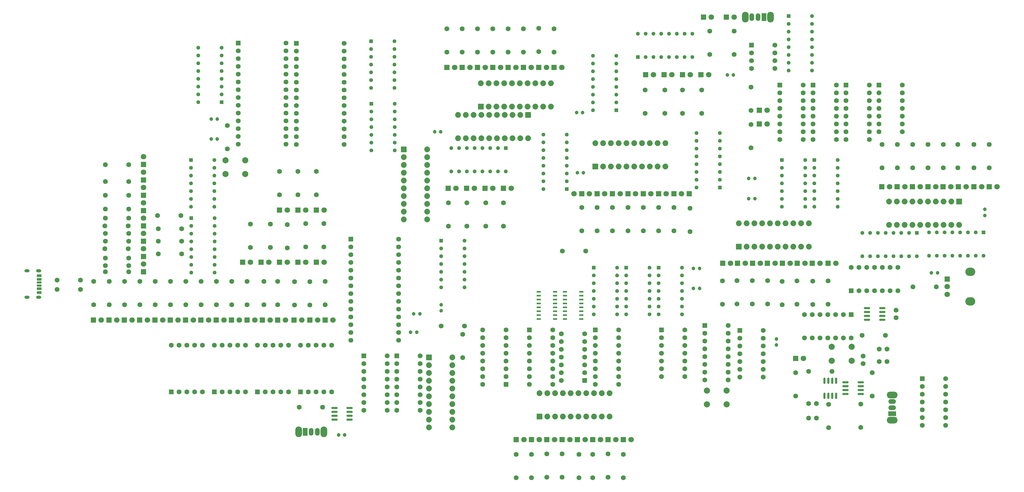
<source format=gbr>
%TF.GenerationSoftware,KiCad,Pcbnew,9.0.4-1.fc42app3*%
%TF.CreationDate,2025-11-06T21:39:47-06:00*%
%TF.ProjectId,8-Bit-PC,382d4269-742d-4504-932e-6b696361645f,1*%
%TF.SameCoordinates,Original*%
%TF.FileFunction,Soldermask,Top*%
%TF.FilePolarity,Negative*%
%FSLAX46Y46*%
G04 Gerber Fmt 4.6, Leading zero omitted, Abs format (unit mm)*
G04 Created by KiCad (PCBNEW 9.0.4-1.fc42app3) date 2025-11-06 21:39:47*
%MOMM*%
%LPD*%
G01*
G04 APERTURE LIST*
G04 Aperture macros list*
%AMRoundRect*
0 Rectangle with rounded corners*
0 $1 Rounding radius*
0 $2 $3 $4 $5 $6 $7 $8 $9 X,Y pos of 4 corners*
0 Add a 4 corners polygon primitive as box body*
4,1,4,$2,$3,$4,$5,$6,$7,$8,$9,$2,$3,0*
0 Add four circle primitives for the rounded corners*
1,1,$1+$1,$2,$3*
1,1,$1+$1,$4,$5*
1,1,$1+$1,$6,$7*
1,1,$1+$1,$8,$9*
0 Add four rect primitives between the rounded corners*
20,1,$1+$1,$2,$3,$4,$5,0*
20,1,$1+$1,$4,$5,$6,$7,0*
20,1,$1+$1,$6,$7,$8,$9,0*
20,1,$1+$1,$8,$9,$2,$3,0*%
G04 Aperture macros list end*
%ADD10C,1.600000*%
%ADD11RoundRect,0.250000X-0.550000X-0.550000X0.550000X-0.550000X0.550000X0.550000X-0.550000X0.550000X0*%
%ADD12RoundRect,0.150000X-0.825000X-0.150000X0.825000X-0.150000X0.825000X0.150000X-0.825000X0.150000X0*%
%ADD13C,1.200000*%
%ADD14R,1.295400X1.295400*%
%ADD15C,1.295400*%
%ADD16R,1.800000X1.800000*%
%ADD17C,1.800000*%
%ADD18RoundRect,0.102000X-0.689000X-0.689000X0.689000X-0.689000X0.689000X0.689000X-0.689000X0.689000X0*%
%ADD19C,1.582000*%
%ADD20C,2.000000*%
%ADD21R,1.600000X1.600000*%
%ADD22RoundRect,0.150000X-0.150000X0.825000X-0.150000X-0.825000X0.150000X-0.825000X0.150000X0.825000X0*%
%ADD23RoundRect,0.250000X0.550000X0.550000X-0.550000X0.550000X-0.550000X-0.550000X0.550000X-0.550000X0*%
%ADD24RoundRect,0.102000X-0.838200X-0.838200X0.838200X-0.838200X0.838200X0.838200X-0.838200X0.838200X0*%
%ADD25C,1.880400*%
%ADD26O,2.200000X3.500000*%
%ADD27R,1.500000X2.500000*%
%ADD28O,1.500000X2.500000*%
%ADD29RoundRect,0.102000X0.838200X-0.838200X0.838200X0.838200X-0.838200X0.838200X-0.838200X-0.838200X0*%
%ADD30R,1.361700X0.558800*%
%ADD31RoundRect,0.102000X-0.838200X0.838200X-0.838200X-0.838200X0.838200X-0.838200X0.838200X0.838200X0*%
%ADD32RoundRect,0.175000X-0.625000X0.175000X-0.625000X-0.175000X0.625000X-0.175000X0.625000X0.175000X0*%
%ADD33RoundRect,0.200000X-0.600000X0.200000X-0.600000X-0.200000X0.600000X-0.200000X0.600000X0.200000X0*%
%ADD34RoundRect,0.225000X-0.575000X0.225000X-0.575000X-0.225000X0.575000X-0.225000X0.575000X0.225000X0*%
%ADD35O,1.700000X1.000000*%
%ADD36O,3.240000X2.720000*%
%ADD37RoundRect,0.250000X0.550000X-0.550000X0.550000X0.550000X-0.550000X0.550000X-0.550000X-0.550000X0*%
%ADD38RoundRect,0.150000X0.825000X0.150000X-0.825000X0.150000X-0.825000X-0.150000X0.825000X-0.150000X0*%
%ADD39RoundRect,0.250000X-0.550000X0.550000X-0.550000X-0.550000X0.550000X-0.550000X0.550000X0.550000X0*%
%ADD40O,3.500000X2.200000*%
%ADD41R,2.500000X1.500000*%
%ADD42O,2.500000X1.500000*%
G04 APERTURE END LIST*
D10*
%TO.C,R14*%
X266917100Y-109792300D03*
X266917100Y-117412300D03*
%TD*%
D11*
%TO.C,U5*%
X253130000Y-125790000D03*
D10*
X253130000Y-128330000D03*
X253130000Y-130870000D03*
X253130000Y-133410000D03*
X253130000Y-135950000D03*
X253130000Y-138490000D03*
X253130000Y-141030000D03*
X260750000Y-141030000D03*
X260750000Y-138490000D03*
X260750000Y-135950000D03*
X260750000Y-133410000D03*
X260750000Y-130870000D03*
X260750000Y-128330000D03*
X260750000Y-125790000D03*
%TD*%
D12*
%TO.C,U1*%
X294592100Y-118507300D03*
X294592100Y-119777300D03*
X294592100Y-121047300D03*
X294592100Y-122317300D03*
X299542100Y-122317300D03*
X299542100Y-121047300D03*
X299542100Y-119777300D03*
X299542100Y-118507300D03*
%TD*%
D13*
%TO.C,C8*%
X333040000Y-86300000D03*
X333040000Y-88300000D03*
%TD*%
D10*
%TO.C,C3*%
X275567100Y-149662300D03*
X278067100Y-149662300D03*
%TD*%
%TO.C,R94*%
X319460000Y-72670000D03*
X319460000Y-65050000D03*
%TD*%
D11*
%TO.C,U52*%
X205977100Y-125657300D03*
D10*
X205977100Y-128197300D03*
X205977100Y-130737300D03*
X205977100Y-133277300D03*
X205977100Y-135817300D03*
X205977100Y-138357300D03*
X205977100Y-140897300D03*
X205977100Y-143437300D03*
X213597100Y-143437300D03*
X213597100Y-140897300D03*
X213597100Y-138357300D03*
X213597100Y-135817300D03*
X213597100Y-133277300D03*
X213597100Y-130737300D03*
X213597100Y-128197300D03*
X213597100Y-125657300D03*
%TD*%
%TO.C,R83*%
X157500000Y-34920000D03*
X157500000Y-27300000D03*
%TD*%
%TO.C,R87*%
X177500000Y-34920000D03*
X177500000Y-27300000D03*
%TD*%
D14*
%TO.C,U8*%
X310870000Y-93930000D03*
D15*
X308330000Y-93930000D03*
X305790000Y-93930000D03*
X303250000Y-93930000D03*
X300710000Y-93930000D03*
X298170000Y-93930000D03*
X295630000Y-93930000D03*
X293090000Y-93930000D03*
X293090000Y-101550000D03*
X295630000Y-101550000D03*
X298170000Y-101550000D03*
X300710000Y-101550000D03*
X303250000Y-101550000D03*
X305790000Y-101550000D03*
X308330000Y-101550000D03*
X310870000Y-101550000D03*
%TD*%
D11*
%TO.C,U20*%
X227527100Y-125667300D03*
D10*
X227527100Y-128207300D03*
X227527100Y-130747300D03*
X227527100Y-133287300D03*
X227527100Y-135827300D03*
X227527100Y-138367300D03*
X227527100Y-140907300D03*
X235147100Y-140907300D03*
X235147100Y-138367300D03*
X235147100Y-135827300D03*
X235147100Y-133287300D03*
X235147100Y-130747300D03*
X235147100Y-128207300D03*
X235147100Y-125667300D03*
%TD*%
D14*
%TO.C,U41*%
X84032100Y-51252300D03*
D15*
X84032100Y-48712300D03*
X84032100Y-46172300D03*
X84032100Y-43632300D03*
X84032100Y-41092300D03*
X84032100Y-38552300D03*
X84032100Y-36012300D03*
X84032100Y-33472300D03*
X76412100Y-33472300D03*
X76412100Y-36012300D03*
X76412100Y-38552300D03*
X76412100Y-41092300D03*
X76412100Y-43632300D03*
X76412100Y-46172300D03*
X76412100Y-48712300D03*
X76412100Y-51252300D03*
%TD*%
D13*
%TO.C,C11*%
X249000000Y-42420000D03*
X251000000Y-42420000D03*
%TD*%
D16*
%TO.C,D31*%
X205080000Y-161420000D03*
D17*
X207620000Y-161420000D03*
%TD*%
D16*
%TO.C,D116*%
X177460000Y-39920000D03*
D17*
X180000000Y-39920000D03*
%TD*%
D10*
%TO.C,R32*%
X202817100Y-99912300D03*
X195197100Y-99912300D03*
%TD*%
D11*
%TO.C,U6*%
X312620000Y-141580000D03*
D10*
X312620000Y-144120000D03*
X312620000Y-146660000D03*
X312620000Y-149200000D03*
X312620000Y-151740000D03*
X312620000Y-154280000D03*
X312620000Y-156820000D03*
X320240000Y-156820000D03*
X320240000Y-154280000D03*
X320240000Y-151740000D03*
X320240000Y-149200000D03*
X320240000Y-146660000D03*
X320240000Y-144120000D03*
X320240000Y-141580000D03*
%TD*%
D16*
%TO.C,D57*%
X108902100Y-103552300D03*
D17*
X111442100Y-103552300D03*
%TD*%
D16*
%TO.C,D53*%
X117787100Y-122412300D03*
D17*
X120327100Y-122412300D03*
%TD*%
D10*
%TO.C,R15*%
X271717100Y-109602300D03*
X271717100Y-117222300D03*
%TD*%
%TO.C,R13*%
X262167100Y-109542300D03*
X262167100Y-117162300D03*
%TD*%
D16*
%TO.C,D112*%
X157500000Y-39920000D03*
D17*
X160040000Y-39920000D03*
%TD*%
D10*
%TO.C,R16*%
X276917100Y-117352300D03*
X276917100Y-109732300D03*
%TD*%
D16*
%TO.C,D14*%
X259460000Y-53920000D03*
D17*
X262000000Y-53920000D03*
%TD*%
D10*
%TO.C,R3*%
X275507100Y-139162300D03*
X283127100Y-139162300D03*
%TD*%
%TO.C,R65*%
X53667700Y-106657100D03*
X46047700Y-106657100D03*
%TD*%
%TO.C,R20*%
X222197100Y-47272300D03*
X222197100Y-54892300D03*
%TD*%
D16*
%TO.C,D69*%
X58500000Y-71650000D03*
D17*
X58500000Y-69110000D03*
%TD*%
D16*
%TO.C,D13*%
X257242100Y-103852300D03*
D17*
X259782100Y-103852300D03*
%TD*%
D10*
%TO.C,R97*%
X304460000Y-72670000D03*
X304460000Y-65050000D03*
%TD*%
D18*
%TO.C,U43*%
X89442550Y-32020000D03*
D19*
X89442550Y-34560000D03*
X89442550Y-37100000D03*
X89442550Y-39640000D03*
X89442550Y-42180000D03*
X89442550Y-44720000D03*
X89442550Y-47260000D03*
X89442550Y-49800000D03*
X89442550Y-52340000D03*
X89442550Y-54880000D03*
X89442550Y-57420000D03*
X89442550Y-59960000D03*
X89442550Y-62500000D03*
X89442550Y-65040000D03*
X105000050Y-65040000D03*
X105000050Y-62500000D03*
X105000050Y-59960000D03*
X105000050Y-57420000D03*
X105000050Y-54880000D03*
X105000050Y-52340000D03*
X105000050Y-49800000D03*
X105000050Y-47260000D03*
X105000050Y-44720000D03*
X105000050Y-42180000D03*
X105000050Y-39640000D03*
X105000050Y-37100000D03*
X105000050Y-34560000D03*
X105000050Y-32020000D03*
%TD*%
D16*
%TO.C,D17*%
X271842100Y-103852300D03*
D17*
X274382100Y-103852300D03*
%TD*%
D16*
%TO.C,D59*%
X102902100Y-86552300D03*
D17*
X105442100Y-86552300D03*
%TD*%
D16*
%TO.C,D115*%
X172460000Y-39920000D03*
D17*
X175000000Y-39920000D03*
%TD*%
D20*
%TO.C,SW6*%
X248817100Y-149927300D03*
X242317100Y-149927300D03*
X248817100Y-145427300D03*
X242317100Y-145427300D03*
%TD*%
D16*
%TO.C,D30*%
X200120000Y-161420000D03*
D17*
X202660000Y-161420000D03*
%TD*%
D11*
%TO.C,U32*%
X130383900Y-134069100D03*
D10*
X130383900Y-136609100D03*
X130383900Y-139149100D03*
X130383900Y-141689100D03*
X130383900Y-144229100D03*
X130383900Y-146769100D03*
X130383900Y-149309100D03*
X130383900Y-151849100D03*
X138003900Y-151849100D03*
X138003900Y-149309100D03*
X138003900Y-146769100D03*
X138003900Y-144229100D03*
X138003900Y-141689100D03*
X138003900Y-139149100D03*
X138003900Y-136609100D03*
X138003900Y-134069100D03*
%TD*%
D16*
%TO.C,D50*%
X102277100Y-122412300D03*
D17*
X104817100Y-122412300D03*
%TD*%
D21*
%TO.C,U35*%
X81636400Y-145879100D03*
D10*
X84176400Y-145879100D03*
X86716400Y-145879100D03*
X89256400Y-145879100D03*
X91796400Y-145879100D03*
X91796400Y-130639100D03*
X89256400Y-130639100D03*
X86716400Y-130639100D03*
X84176400Y-130639100D03*
X81636400Y-130639100D03*
%TD*%
D16*
%TO.C,D11*%
X247477100Y-103852300D03*
D17*
X250017100Y-103852300D03*
%TD*%
D16*
%TO.C,D25*%
X248710000Y-23500000D03*
D17*
X251250000Y-23500000D03*
%TD*%
D10*
%TO.C,R57*%
X111412100Y-98552300D03*
X111412100Y-90932300D03*
%TD*%
D11*
%TO.C,U33*%
X141163900Y-134069100D03*
D10*
X141163900Y-136609100D03*
X141163900Y-139149100D03*
X141163900Y-141689100D03*
X141163900Y-144229100D03*
X141163900Y-146769100D03*
X141163900Y-149309100D03*
X141163900Y-151849100D03*
X148783900Y-151849100D03*
X148783900Y-149309100D03*
X148783900Y-146769100D03*
X148783900Y-144229100D03*
X148783900Y-141689100D03*
X148783900Y-139149100D03*
X148783900Y-136609100D03*
X148783900Y-134069100D03*
%TD*%
D16*
%TO.C,D38*%
X42227100Y-122412300D03*
D17*
X44767100Y-122412300D03*
%TD*%
D10*
%TO.C,R72*%
X53667700Y-71657100D03*
X46047700Y-71657100D03*
%TD*%
D13*
%TO.C,C18*%
X148666400Y-120379100D03*
X146666400Y-120379100D03*
%TD*%
D16*
%TO.C,D42*%
X62227100Y-122412300D03*
D17*
X64767100Y-122412300D03*
%TD*%
D16*
%TO.C,D8*%
X231587100Y-81162300D03*
D17*
X229047100Y-81162300D03*
%TD*%
D10*
%TO.C,R52*%
X102317100Y-117412300D03*
X102317100Y-109792300D03*
%TD*%
%TO.C,R89*%
X187500000Y-34790000D03*
X187500000Y-27170000D03*
%TD*%
%TO.C,R31*%
X215120000Y-166300000D03*
X215120000Y-173920000D03*
%TD*%
%TO.C,R5*%
X292567100Y-157472300D03*
X292567100Y-149852300D03*
%TD*%
D16*
%TO.C,D022*%
X334460000Y-78920000D03*
D17*
X337000000Y-78920000D03*
%TD*%
D10*
%TO.C,R90*%
X192500000Y-34920000D03*
X192500000Y-27300000D03*
%TD*%
D13*
%TO.C,C10*%
X255993900Y-82749100D03*
X257993900Y-82749100D03*
%TD*%
D22*
%TO.C,U2*%
X284472100Y-142187300D03*
X283202100Y-142187300D03*
X281932100Y-142187300D03*
X280662100Y-142187300D03*
X280662100Y-147137300D03*
X281932100Y-147137300D03*
X283202100Y-147137300D03*
X284472100Y-147137300D03*
%TD*%
D13*
%TO.C,C7*%
X317605000Y-107040000D03*
X315605000Y-107040000D03*
%TD*%
D16*
%TO.C,D54*%
X90872100Y-103552300D03*
D17*
X93412100Y-103552300D03*
%TD*%
D10*
%TO.C,R74*%
X63325000Y-92640000D03*
X70945000Y-92640000D03*
%TD*%
D16*
%TO.C,D44*%
X72277100Y-122412300D03*
D17*
X74817100Y-122412300D03*
%TD*%
D16*
%TO.C,D48*%
X92277100Y-122412300D03*
D17*
X94817100Y-122412300D03*
%TD*%
D23*
%TO.C,SW5*%
X176817100Y-143412300D03*
D10*
X176817100Y-140872300D03*
X176817100Y-138332300D03*
X176817100Y-135792300D03*
X176817100Y-133252300D03*
X176817100Y-130712300D03*
X176817100Y-128172300D03*
X176817100Y-125632300D03*
X169197100Y-125632300D03*
X169197100Y-128172300D03*
X169197100Y-130712300D03*
X169197100Y-133252300D03*
X169197100Y-135792300D03*
X169197100Y-138332300D03*
X169197100Y-140872300D03*
X169197100Y-143412300D03*
%TD*%
D24*
%TO.C,U29*%
X143430000Y-66740000D03*
D25*
X143430000Y-69280000D03*
X143430000Y-71820000D03*
X143430000Y-74360000D03*
X143430000Y-76900000D03*
X143430000Y-79440000D03*
X143430000Y-81980000D03*
X143430000Y-84520000D03*
X143430000Y-87060000D03*
X143430000Y-89600000D03*
X151050000Y-89600000D03*
X151050000Y-87060000D03*
X151050000Y-84520000D03*
X151050000Y-81980000D03*
X151050000Y-79440000D03*
X151050000Y-76900000D03*
X151050000Y-74360000D03*
X151050000Y-71820000D03*
X151050000Y-69280000D03*
X151050000Y-66740000D03*
%TD*%
D10*
%TO.C,R39*%
X109356400Y-150879100D03*
X116976400Y-150879100D03*
%TD*%
D16*
%TO.C,D10*%
X259460000Y-58420000D03*
D17*
X262000000Y-58420000D03*
%TD*%
D16*
%TO.C,D028*%
X304440000Y-78920000D03*
D17*
X306980000Y-78920000D03*
%TD*%
D10*
%TO.C,R44*%
X62317100Y-117412300D03*
X62317100Y-109792300D03*
%TD*%
D16*
%TO.C,D20*%
X222397100Y-42332300D03*
D17*
X224937100Y-42332300D03*
%TD*%
D23*
%TO.C,U22*%
X202437100Y-142152300D03*
D10*
X202437100Y-139612300D03*
X202437100Y-137072300D03*
X202437100Y-134532300D03*
X202437100Y-131992300D03*
X202437100Y-129452300D03*
X202437100Y-126912300D03*
X194817100Y-126912300D03*
X194817100Y-129452300D03*
X194817100Y-131992300D03*
X194817100Y-134532300D03*
X194817100Y-137072300D03*
X194817100Y-139612300D03*
X194817100Y-142152300D03*
%TD*%
%TO.C,R69*%
X53667700Y-86157100D03*
X46047700Y-86157100D03*
%TD*%
%TO.C,R24*%
X180120000Y-166300000D03*
X180120000Y-173920000D03*
%TD*%
%TO.C,R6*%
X296317100Y-147222300D03*
X296317100Y-139602300D03*
%TD*%
D16*
%TO.C,D025*%
X319420000Y-78920000D03*
D17*
X321960000Y-78920000D03*
%TD*%
D21*
%TO.C,U37*%
X109736400Y-145879100D03*
D10*
X112276400Y-145879100D03*
X114816400Y-145879100D03*
X117356400Y-145879100D03*
X119896400Y-145879100D03*
X119896400Y-130639100D03*
X117356400Y-130639100D03*
X114816400Y-130639100D03*
X112276400Y-130639100D03*
X109736400Y-130639100D03*
%TD*%
D16*
%TO.C,D68*%
X58500000Y-76650000D03*
D17*
X58500000Y-74110000D03*
%TD*%
D10*
%TO.C,R17*%
X281917100Y-109602300D03*
X281917100Y-117222300D03*
%TD*%
%TO.C,R71*%
X53667700Y-77157100D03*
X46047700Y-77157100D03*
%TD*%
%TO.C,R19*%
X251250000Y-35750000D03*
X251250000Y-28130000D03*
%TD*%
D13*
%TO.C,C17*%
X124166400Y-159879100D03*
X122166400Y-159879100D03*
%TD*%
D16*
%TO.C,D114*%
X167480000Y-39920000D03*
D17*
X170020000Y-39920000D03*
%TD*%
D13*
%TO.C,C13*%
X237977100Y-112097300D03*
X239977100Y-112097300D03*
%TD*%
D10*
%TO.C,R37*%
X162666400Y-134689100D03*
X162666400Y-127069100D03*
%TD*%
%TO.C,R33*%
X157990000Y-91790000D03*
X157990000Y-84170000D03*
%TD*%
%TO.C,R62*%
X108912100Y-81552300D03*
X108912100Y-73932300D03*
%TD*%
D16*
%TO.C,D61*%
X114922100Y-86552300D03*
D17*
X117462100Y-86552300D03*
%TD*%
D16*
%TO.C,D21*%
X228407100Y-42332300D03*
D17*
X230947100Y-42332300D03*
%TD*%
D11*
%TO.C,U13*%
X276940000Y-45670000D03*
D10*
X276940000Y-48210000D03*
X276940000Y-50750000D03*
X276940000Y-53290000D03*
X276940000Y-55830000D03*
X276940000Y-58370000D03*
X276940000Y-60910000D03*
X276940000Y-63450000D03*
X284560000Y-63450000D03*
X284560000Y-60910000D03*
X284560000Y-58370000D03*
X284560000Y-55830000D03*
X284560000Y-53290000D03*
X284560000Y-50750000D03*
X284560000Y-48210000D03*
X284560000Y-45670000D03*
%TD*%
%TO.C,R91*%
X334460000Y-72670000D03*
X334460000Y-65050000D03*
%TD*%
%TO.C,R47*%
X77317100Y-117412300D03*
X77317100Y-109792300D03*
%TD*%
%TO.C,R81*%
X30380000Y-112420000D03*
X38000000Y-112420000D03*
%TD*%
D16*
%TO.C,D027*%
X309440000Y-78920000D03*
D17*
X311980000Y-78920000D03*
%TD*%
D10*
%TO.C,R60*%
X93412100Y-98672300D03*
X93412100Y-91052300D03*
%TD*%
D11*
%TO.C,U24*%
X184417100Y-125657300D03*
D10*
X184417100Y-128197300D03*
X184417100Y-130737300D03*
X184417100Y-133277300D03*
X184417100Y-135817300D03*
X184417100Y-138357300D03*
X184417100Y-140897300D03*
X184417100Y-143437300D03*
X192037100Y-143437300D03*
X192037100Y-140897300D03*
X192037100Y-138357300D03*
X192037100Y-135817300D03*
X192037100Y-133277300D03*
X192037100Y-130737300D03*
X192037100Y-128197300D03*
X192037100Y-125657300D03*
%TD*%
D16*
%TO.C,D27*%
X185130000Y-161420000D03*
D17*
X187670000Y-161420000D03*
%TD*%
D10*
%TO.C,R1*%
X293007100Y-127412300D03*
X300627100Y-127412300D03*
%TD*%
%TO.C,R4*%
X282067100Y-157532300D03*
X282067100Y-149912300D03*
%TD*%
D16*
%TO.C,D29*%
X195120000Y-161420000D03*
D17*
X197660000Y-161420000D03*
%TD*%
D10*
%TO.C,R70*%
X53667700Y-81657100D03*
X46047700Y-81657100D03*
%TD*%
D16*
%TO.C,D22*%
X234417100Y-42332300D03*
D17*
X236957100Y-42332300D03*
%TD*%
D10*
%TO.C,R35*%
X170240000Y-91790000D03*
X170240000Y-84170000D03*
%TD*%
D16*
%TO.C,D56*%
X102892100Y-103552300D03*
D17*
X105432100Y-103552300D03*
%TD*%
D14*
%TO.C,U30*%
X176740000Y-66300000D03*
D15*
X174200000Y-66300000D03*
X171660000Y-66300000D03*
X169120000Y-66300000D03*
X166580000Y-66300000D03*
X164040000Y-66300000D03*
X161500000Y-66300000D03*
X158960000Y-66300000D03*
X158960000Y-73920000D03*
X161500000Y-73920000D03*
X164040000Y-73920000D03*
X166580000Y-73920000D03*
X169120000Y-73920000D03*
X171660000Y-73920000D03*
X174200000Y-73920000D03*
X176740000Y-73920000D03*
%TD*%
D16*
%TO.C,D41*%
X57227100Y-122412300D03*
D17*
X59767100Y-122412300D03*
%TD*%
D16*
%TO.C,D46*%
X82277100Y-122412300D03*
D17*
X84817100Y-122412300D03*
%TD*%
D10*
%TO.C,R36*%
X175990000Y-91790000D03*
X175990000Y-84170000D03*
%TD*%
%TO.C,R55*%
X117817100Y-117412300D03*
X117817100Y-109792300D03*
%TD*%
D14*
%TO.C,U19*%
X269000000Y-23180000D03*
D15*
X269000000Y-25720000D03*
X269000000Y-28260000D03*
X269000000Y-30800000D03*
X269000000Y-33340000D03*
X269000000Y-35880000D03*
X269000000Y-38420000D03*
X269000000Y-40960000D03*
X276620000Y-40960000D03*
X276620000Y-38420000D03*
X276620000Y-35880000D03*
X276620000Y-33340000D03*
X276620000Y-30800000D03*
X276620000Y-28260000D03*
X276620000Y-25720000D03*
X276620000Y-23180000D03*
%TD*%
D13*
%TO.C,C118*%
X199817100Y-54712300D03*
X201817100Y-54712300D03*
%TD*%
D11*
%TO.C,U10*%
X298500000Y-45680000D03*
D10*
X298500000Y-48220000D03*
X298500000Y-50760000D03*
X298500000Y-53300000D03*
X298500000Y-55840000D03*
X298500000Y-58380000D03*
X298500000Y-60920000D03*
X306120000Y-60920000D03*
X306120000Y-58380000D03*
X306120000Y-55840000D03*
X306120000Y-53300000D03*
X306120000Y-50760000D03*
X306120000Y-48220000D03*
X306120000Y-45680000D03*
%TD*%
D26*
%TO.C,SW7*%
X109166400Y-158879100D03*
X117366400Y-158879100D03*
D27*
X111266400Y-158879100D03*
D28*
X113266400Y-158879100D03*
X115266400Y-158879100D03*
%TD*%
D10*
%TO.C,R88*%
X182500000Y-34920000D03*
X182500000Y-27300000D03*
%TD*%
D14*
%TO.C,U11*%
X266848400Y-70180000D03*
D15*
X266848400Y-72720000D03*
X266848400Y-75260000D03*
X266848400Y-77800000D03*
X266848400Y-80340000D03*
X266848400Y-82880000D03*
X266848400Y-85420000D03*
X274468400Y-85420000D03*
X274468400Y-82880000D03*
X274468400Y-80340000D03*
X274468400Y-77800000D03*
X274468400Y-75260000D03*
X274468400Y-72720000D03*
X274468400Y-70180000D03*
%TD*%
D20*
%TO.C,SW1*%
X283067100Y-131162300D03*
X289567100Y-131162300D03*
X283067100Y-135662300D03*
X289567100Y-135662300D03*
%TD*%
D16*
%TO.C,D28*%
X190120000Y-161420000D03*
D17*
X192660000Y-161420000D03*
%TD*%
D10*
%TO.C,R58*%
X105412100Y-98862300D03*
X105412100Y-91242300D03*
%TD*%
%TO.C,R59*%
X99912100Y-98672300D03*
X99912100Y-91052300D03*
%TD*%
%TO.C,R2*%
X309545000Y-111540000D03*
X317165000Y-111540000D03*
%TD*%
D16*
%TO.C,D40*%
X52227100Y-122412300D03*
D17*
X54767100Y-122412300D03*
%TD*%
D10*
%TO.C,C4*%
X293317100Y-134162300D03*
X293317100Y-136662300D03*
%TD*%
%TO.C,R93*%
X324210000Y-72730000D03*
X324210000Y-65110000D03*
%TD*%
D16*
%TO.C,D2*%
X201507100Y-81162300D03*
D17*
X198967100Y-81162300D03*
%TD*%
D10*
%TO.C,R86*%
X172500000Y-34920000D03*
X172500000Y-27300000D03*
%TD*%
D16*
%TO.C,D47*%
X87277100Y-122412300D03*
D17*
X89817100Y-122412300D03*
%TD*%
D21*
%TO.C,U34*%
X67586400Y-145879100D03*
D10*
X70126400Y-145879100D03*
X72666400Y-145879100D03*
X75206400Y-145879100D03*
X77746400Y-145879100D03*
X77746400Y-130639100D03*
X75206400Y-130639100D03*
X72666400Y-130639100D03*
X70126400Y-130639100D03*
X67586400Y-130639100D03*
%TD*%
D29*
%TO.C,U25*%
X187760000Y-153920000D03*
D25*
X190300000Y-153920000D03*
X192840000Y-153920000D03*
X195380000Y-153920000D03*
X197920000Y-153920000D03*
X200460000Y-153920000D03*
X203000000Y-153920000D03*
X205540000Y-153920000D03*
X208080000Y-153920000D03*
X210620000Y-153920000D03*
X210620000Y-146300000D03*
X208080000Y-146300000D03*
X205540000Y-146300000D03*
X203000000Y-146300000D03*
X200460000Y-146300000D03*
X197920000Y-146300000D03*
X195380000Y-146300000D03*
X192840000Y-146300000D03*
X190300000Y-146300000D03*
X187760000Y-146300000D03*
%TD*%
D16*
%TO.C,D026*%
X314460000Y-78920000D03*
D17*
X317000000Y-78920000D03*
%TD*%
D10*
%TO.C,R98*%
X299460000Y-72670000D03*
X299460000Y-65050000D03*
%TD*%
%TO.C,R34*%
X163990000Y-91790000D03*
X163990000Y-84170000D03*
%TD*%
%TO.C,R102*%
X216567100Y-85662300D03*
X216567100Y-93282300D03*
%TD*%
D29*
%TO.C,U48*%
X205957100Y-72282300D03*
D25*
X208497100Y-72282300D03*
X211037100Y-72282300D03*
X213577100Y-72282300D03*
X216117100Y-72282300D03*
X218657100Y-72282300D03*
X221197100Y-72282300D03*
X223737100Y-72282300D03*
X226277100Y-72282300D03*
X228817100Y-72282300D03*
X228817100Y-64662300D03*
X226277100Y-64662300D03*
X223737100Y-64662300D03*
X221197100Y-64662300D03*
X218657100Y-64662300D03*
X216117100Y-64662300D03*
X213577100Y-64662300D03*
X211037100Y-64662300D03*
X208497100Y-64662300D03*
X205957100Y-64662300D03*
%TD*%
D16*
%TO.C,D029*%
X299440000Y-78920000D03*
D17*
X301980000Y-78920000D03*
%TD*%
D10*
%TO.C,R28*%
X200620000Y-166300000D03*
X200620000Y-173920000D03*
%TD*%
D14*
%TO.C,U26*%
X205461600Y-105325000D03*
D15*
X205461600Y-107865000D03*
X205461600Y-110405000D03*
X205461600Y-112945000D03*
X205461600Y-115485000D03*
X205461600Y-118025000D03*
X205461600Y-120565000D03*
X213081600Y-120565000D03*
X213081600Y-118025000D03*
X213081600Y-115485000D03*
X213081600Y-112945000D03*
X213081600Y-110405000D03*
X213081600Y-107865000D03*
X213081600Y-105325000D03*
%TD*%
D16*
%TO.C,D1*%
X271297100Y-134912300D03*
D17*
X273837100Y-134912300D03*
%TD*%
D16*
%TO.C,D9*%
X236587100Y-81162300D03*
D17*
X234047100Y-81162300D03*
%TD*%
D16*
%TO.C,D113*%
X162480000Y-39920000D03*
D17*
X165020000Y-39920000D03*
%TD*%
D29*
%TO.C,U17*%
X252737100Y-98412300D03*
D25*
X255277100Y-98412300D03*
X257817100Y-98412300D03*
X260357100Y-98412300D03*
X262897100Y-98412300D03*
X265437100Y-98412300D03*
X267977100Y-98412300D03*
X270517100Y-98412300D03*
X273057100Y-98412300D03*
X275597100Y-98412300D03*
X275597100Y-90792300D03*
X273057100Y-90792300D03*
X270517100Y-90792300D03*
X267977100Y-90792300D03*
X265437100Y-90792300D03*
X262897100Y-90792300D03*
X260357100Y-90792300D03*
X257817100Y-90792300D03*
X255277100Y-90792300D03*
X252737100Y-90792300D03*
%TD*%
D13*
%TO.C,C22*%
X202067100Y-74282300D03*
X200067100Y-74282300D03*
%TD*%
D14*
%TO.C,U18*%
X219800000Y-36540000D03*
D15*
X222340000Y-36540000D03*
X224880000Y-36540000D03*
X227420000Y-36540000D03*
X229960000Y-36540000D03*
X232500000Y-36540000D03*
X235040000Y-36540000D03*
X237580000Y-36540000D03*
X237580000Y-28920000D03*
X235040000Y-28920000D03*
X232500000Y-28920000D03*
X229960000Y-28920000D03*
X227420000Y-28920000D03*
X224880000Y-28920000D03*
X222340000Y-28920000D03*
X219800000Y-28920000D03*
%TD*%
D10*
%TO.C,R18*%
X243250000Y-35750000D03*
X243250000Y-28130000D03*
%TD*%
%TO.C,R101*%
X211567100Y-85662300D03*
X211567100Y-93282300D03*
%TD*%
D13*
%TO.C,C12*%
X237977100Y-105547300D03*
X239977100Y-105547300D03*
%TD*%
D16*
%TO.C,D5*%
X216567100Y-81162300D03*
D17*
X214027100Y-81162300D03*
%TD*%
D10*
%TO.C,R51*%
X97817100Y-117412300D03*
X97817100Y-109792300D03*
%TD*%
D30*
%TO.C,U21*%
X187500050Y-113150000D03*
X187500050Y-114420000D03*
X187500050Y-115690000D03*
X187500050Y-116960000D03*
X187500050Y-118230000D03*
X187500050Y-119500000D03*
X187500050Y-120770000D03*
X187500050Y-122040000D03*
X192849550Y-122040000D03*
X192849550Y-120770000D03*
X192849550Y-119500000D03*
X192849550Y-118230000D03*
X192849550Y-116960000D03*
X192849550Y-115690000D03*
X192849550Y-114420000D03*
X192849550Y-113150000D03*
%TD*%
D10*
%TO.C,R54*%
X112817100Y-117532300D03*
X112817100Y-109912300D03*
%TD*%
%TO.C,C1*%
X304067100Y-119162300D03*
X304067100Y-121662300D03*
%TD*%
D20*
%TO.C,SW8*%
X85250000Y-70250000D03*
X91750000Y-70250000D03*
X85250000Y-74750000D03*
X91750000Y-74750000D03*
%TD*%
D10*
%TO.C,R25*%
X185120000Y-166300000D03*
X185120000Y-173920000D03*
%TD*%
D11*
%TO.C,SW3*%
X256880000Y-32630000D03*
D10*
X256880000Y-35170000D03*
X256880000Y-37710000D03*
X256880000Y-40250000D03*
X264500000Y-40250000D03*
X264500000Y-37710000D03*
X264500000Y-35170000D03*
X264500000Y-32630000D03*
%TD*%
D30*
%TO.C,U23*%
X196049350Y-113150000D03*
X196049350Y-114420000D03*
X196049350Y-115690000D03*
X196049350Y-116960000D03*
X196049350Y-118230000D03*
X196049350Y-119500000D03*
X196049350Y-120770000D03*
X196049350Y-122040000D03*
X201398850Y-122040000D03*
X201398850Y-120770000D03*
X201398850Y-119500000D03*
X201398850Y-118230000D03*
X201398850Y-116960000D03*
X201398850Y-115690000D03*
X201398850Y-114420000D03*
X201398850Y-113150000D03*
%TD*%
D16*
%TO.C,D39*%
X47237100Y-122412300D03*
D17*
X49777100Y-122412300D03*
%TD*%
D10*
%TO.C,R46*%
X72317100Y-117412300D03*
X72317100Y-109792300D03*
%TD*%
%TO.C,R103*%
X221567100Y-85662300D03*
X221567100Y-93282300D03*
%TD*%
%TO.C,R30*%
X210120000Y-166110000D03*
X210120000Y-173730000D03*
%TD*%
%TO.C,R50*%
X92317100Y-117412300D03*
X92317100Y-109792300D03*
%TD*%
D26*
%TO.C,SW4*%
X263100000Y-23500000D03*
X254900000Y-23500000D03*
D27*
X261000000Y-23500000D03*
D28*
X259000000Y-23500000D03*
X257000000Y-23500000D03*
%TD*%
D14*
%TO.C,U28*%
X226613200Y-105325000D03*
D15*
X226613200Y-107865000D03*
X226613200Y-110405000D03*
X226613200Y-112945000D03*
X226613200Y-115485000D03*
X226613200Y-118025000D03*
X226613200Y-120565000D03*
X234233200Y-120565000D03*
X234233200Y-118025000D03*
X234233200Y-115485000D03*
X234233200Y-112945000D03*
X234233200Y-110405000D03*
X234233200Y-107865000D03*
X234233200Y-105325000D03*
%TD*%
D29*
%TO.C,U117*%
X168570000Y-52730000D03*
D25*
X171110000Y-52730000D03*
X173650000Y-52730000D03*
X176190000Y-52730000D03*
X178730000Y-52730000D03*
X181270000Y-52730000D03*
X183810000Y-52730000D03*
X186350000Y-52730000D03*
X188890000Y-52730000D03*
X191430000Y-52730000D03*
X191430000Y-45110000D03*
X188890000Y-45110000D03*
X186350000Y-45110000D03*
X183810000Y-45110000D03*
X181270000Y-45110000D03*
X178730000Y-45110000D03*
X176190000Y-45110000D03*
X173650000Y-45110000D03*
X171110000Y-45110000D03*
X168570000Y-45110000D03*
%TD*%
D10*
%TO.C,R106*%
X236817100Y-85912300D03*
X236817100Y-93532300D03*
%TD*%
%TO.C,R92*%
X329460000Y-72730000D03*
X329460000Y-65110000D03*
%TD*%
D16*
%TO.C,D60*%
X108912100Y-86552300D03*
D17*
X111452100Y-86552300D03*
%TD*%
D14*
%TO.C,U15*%
X277424200Y-70180000D03*
D15*
X277424200Y-72720000D03*
X277424200Y-75260000D03*
X277424200Y-77800000D03*
X277424200Y-80340000D03*
X277424200Y-82880000D03*
X277424200Y-85420000D03*
X285044200Y-85420000D03*
X285044200Y-82880000D03*
X285044200Y-80340000D03*
X285044200Y-77800000D03*
X285044200Y-75260000D03*
X285044200Y-72720000D03*
X285044200Y-70180000D03*
%TD*%
D16*
%TO.C,D16*%
X266967100Y-103852300D03*
D17*
X269507100Y-103852300D03*
%TD*%
D10*
%TO.C,R99*%
X201567100Y-85662300D03*
X201567100Y-93282300D03*
%TD*%
D16*
%TO.C,D18*%
X276717100Y-103852300D03*
D17*
X279257100Y-103852300D03*
%TD*%
D10*
%TO.C,R26*%
X190120000Y-166110000D03*
X190120000Y-173730000D03*
%TD*%
D14*
%TO.C,U46*%
X132792100Y-31392300D03*
D15*
X132792100Y-33932300D03*
X132792100Y-36472300D03*
X132792100Y-39012300D03*
X132792100Y-41552300D03*
X132792100Y-44092300D03*
X132792100Y-46632300D03*
X140412100Y-46632300D03*
X140412100Y-44092300D03*
X140412100Y-41552300D03*
X140412100Y-39012300D03*
X140412100Y-36472300D03*
X140412100Y-33932300D03*
X140412100Y-31392300D03*
%TD*%
D10*
%TO.C,R45*%
X67317100Y-117412300D03*
X67317100Y-109792300D03*
%TD*%
D16*
%TO.C,D64*%
X58500000Y-96690000D03*
D17*
X58500000Y-94150000D03*
%TD*%
D16*
%TO.C,D3*%
X206547100Y-81162300D03*
D17*
X204007100Y-81162300D03*
%TD*%
D10*
%TO.C,R68*%
X53547700Y-91657100D03*
X45927700Y-91657100D03*
%TD*%
D16*
%TO.C,D65*%
X58500000Y-91690000D03*
D17*
X58500000Y-89150000D03*
%TD*%
D31*
%TO.C,U7*%
X324650000Y-83680000D03*
D25*
X322110000Y-83680000D03*
X319570000Y-83680000D03*
X317030000Y-83680000D03*
X314490000Y-83680000D03*
X311950000Y-83680000D03*
X309410000Y-83680000D03*
X306870000Y-83680000D03*
X304330000Y-83680000D03*
X301790000Y-83680000D03*
X301790000Y-91300000D03*
X304330000Y-91300000D03*
X306870000Y-91300000D03*
X309410000Y-91300000D03*
X311950000Y-91300000D03*
X314490000Y-91300000D03*
X317030000Y-91300000D03*
X319570000Y-91300000D03*
X322110000Y-91300000D03*
X324650000Y-91300000D03*
%TD*%
D16*
%TO.C,D35*%
X163960000Y-79420000D03*
D17*
X166500000Y-79420000D03*
%TD*%
D14*
%TO.C,U9*%
X332580000Y-93800000D03*
D15*
X330040000Y-93800000D03*
X327500000Y-93800000D03*
X324960000Y-93800000D03*
X322420000Y-93800000D03*
X319880000Y-93800000D03*
X317340000Y-93800000D03*
X314800000Y-93800000D03*
X314800000Y-101420000D03*
X317340000Y-101420000D03*
X319880000Y-101420000D03*
X322420000Y-101420000D03*
X324960000Y-101420000D03*
X327500000Y-101420000D03*
X330040000Y-101420000D03*
X332580000Y-101420000D03*
%TD*%
D16*
%TO.C,D49*%
X97277100Y-122412300D03*
D17*
X99817100Y-122412300D03*
%TD*%
D16*
%TO.C,D119*%
X192460000Y-39920000D03*
D17*
X195000000Y-39920000D03*
%TD*%
D10*
%TO.C,R73*%
X63087900Y-88287700D03*
X70707900Y-88287700D03*
%TD*%
%TO.C,R38*%
X155666400Y-124379100D03*
X163286400Y-124379100D03*
%TD*%
D16*
%TO.C,D023*%
X329500000Y-78880000D03*
D17*
X332040000Y-78880000D03*
%TD*%
D16*
%TO.C,D34*%
X157950000Y-79420000D03*
D17*
X160490000Y-79420000D03*
%TD*%
D13*
%TO.C,C16*%
X155666400Y-119379100D03*
X155666400Y-117379100D03*
%TD*%
D10*
%TO.C,R9*%
X247417100Y-109602300D03*
X247417100Y-117222300D03*
%TD*%
D16*
%TO.C,D117*%
X182460000Y-39920000D03*
D17*
X185000000Y-39920000D03*
%TD*%
D14*
%TO.C,U50*%
X246567100Y-79112300D03*
D15*
X246567100Y-76572300D03*
X246567100Y-74032300D03*
X246567100Y-71492300D03*
X246567100Y-68952300D03*
X246567100Y-66412300D03*
X246567100Y-63872300D03*
X246567100Y-61332300D03*
X238947100Y-61332300D03*
X238947100Y-63872300D03*
X238947100Y-66412300D03*
X238947100Y-68952300D03*
X238947100Y-71492300D03*
X238947100Y-74032300D03*
X238947100Y-76572300D03*
X238947100Y-79112300D03*
%TD*%
D16*
%TO.C,D24*%
X241230000Y-23500000D03*
D17*
X243770000Y-23500000D03*
%TD*%
D10*
%TO.C,R29*%
X205120000Y-166300000D03*
X205120000Y-173920000D03*
%TD*%
%TO.C,R61*%
X102912100Y-81552300D03*
X102912100Y-73932300D03*
%TD*%
%TO.C,R95*%
X314460000Y-72670000D03*
X314460000Y-65050000D03*
%TD*%
D13*
%TO.C,C19*%
X147666400Y-126379100D03*
X145666400Y-126379100D03*
%TD*%
D10*
%TO.C,R7*%
X271317100Y-139602300D03*
X271317100Y-147222300D03*
%TD*%
D16*
%TO.C,D67*%
X58500000Y-81690000D03*
D17*
X58500000Y-79150000D03*
%TD*%
D16*
%TO.C,D26*%
X180080000Y-161420000D03*
D17*
X182620000Y-161420000D03*
%TD*%
D13*
%TO.C,C21*%
X80612100Y-63342300D03*
X82612100Y-63342300D03*
%TD*%
D10*
%TO.C,R27*%
X195120000Y-166110000D03*
X195120000Y-173730000D03*
%TD*%
%TO.C,R100*%
X206567100Y-85662300D03*
X206567100Y-93282300D03*
%TD*%
D16*
%TO.C,D58*%
X114912100Y-103552300D03*
D17*
X117452100Y-103552300D03*
%TD*%
D10*
%TO.C,R43*%
X57317100Y-117412300D03*
X57317100Y-109792300D03*
%TD*%
D16*
%TO.C,D66*%
X58500000Y-86650000D03*
D17*
X58500000Y-84110000D03*
%TD*%
D16*
%TO.C,D23*%
X240427100Y-42332300D03*
D17*
X242967100Y-42332300D03*
%TD*%
D13*
%TO.C,C20*%
X80612100Y-56792300D03*
X82612100Y-56792300D03*
%TD*%
D10*
%TO.C,R41*%
X47317100Y-117412300D03*
X47317100Y-109792300D03*
%TD*%
%TO.C,R48*%
X82317100Y-117412300D03*
X82317100Y-109792300D03*
%TD*%
%TO.C,C2*%
X275567100Y-154412300D03*
X278067100Y-154412300D03*
%TD*%
D21*
%TO.C,U36*%
X95686400Y-145879100D03*
D10*
X98226400Y-145879100D03*
X100766400Y-145879100D03*
X103306400Y-145879100D03*
X105846400Y-145879100D03*
X105846400Y-130639100D03*
X103306400Y-130639100D03*
X100766400Y-130639100D03*
X98226400Y-130639100D03*
X95686400Y-130639100D03*
%TD*%
D16*
%TO.C,D37*%
X175980000Y-79420000D03*
D17*
X178520000Y-79420000D03*
%TD*%
D11*
%TO.C,U12*%
X266160000Y-45670000D03*
D10*
X266160000Y-48210000D03*
X266160000Y-50750000D03*
X266160000Y-53290000D03*
X266160000Y-55830000D03*
X266160000Y-58370000D03*
X266160000Y-60910000D03*
X266160000Y-63450000D03*
X273780000Y-63450000D03*
X273780000Y-60910000D03*
X273780000Y-58370000D03*
X273780000Y-55830000D03*
X273780000Y-53290000D03*
X273780000Y-50750000D03*
X273780000Y-48210000D03*
X273780000Y-45670000D03*
%TD*%
D32*
%TO.C,J1*%
X24500000Y-110170000D03*
D33*
X24500000Y-112190000D03*
D34*
X24500000Y-113420000D03*
D32*
X24500000Y-111170000D03*
D33*
X24500000Y-109150000D03*
D34*
X24500000Y-107920000D03*
D35*
X24320000Y-106350000D03*
X20520000Y-106350000D03*
X24320000Y-114990000D03*
X20520000Y-114990000D03*
%TD*%
D12*
%TO.C,U31*%
X120808900Y-151109100D03*
X120808900Y-152379100D03*
X120808900Y-153649100D03*
X120808900Y-154919100D03*
X125758900Y-154919100D03*
X125758900Y-153649100D03*
X125758900Y-152379100D03*
X125758900Y-151109100D03*
%TD*%
D14*
%TO.C,U39*%
X155676800Y-96506800D03*
D15*
X155676800Y-99046800D03*
X155676800Y-101586800D03*
X155676800Y-104126800D03*
X155676800Y-106666800D03*
X155676800Y-109206800D03*
X155676800Y-111746800D03*
X163296800Y-111746800D03*
X163296800Y-109206800D03*
X163296800Y-106666800D03*
X163296800Y-104126800D03*
X163296800Y-101586800D03*
X163296800Y-99046800D03*
X163296800Y-96506800D03*
%TD*%
D10*
%TO.C,R66*%
X53667700Y-102157100D03*
X46047700Y-102157100D03*
%TD*%
D16*
%TO.C,D32*%
X210120000Y-161420000D03*
D17*
X212660000Y-161420000D03*
%TD*%
D10*
%TO.C,R12*%
X257167100Y-109542300D03*
X257167100Y-117162300D03*
%TD*%
D14*
%TO.C,U42*%
X74120000Y-89100000D03*
D15*
X74120000Y-91640000D03*
X74120000Y-94180000D03*
X74120000Y-96720000D03*
X74120000Y-99260000D03*
X74120000Y-101800000D03*
X74120000Y-104340000D03*
X74120000Y-106880000D03*
X81740000Y-106880000D03*
X81740000Y-104340000D03*
X81740000Y-101800000D03*
X81740000Y-99260000D03*
X81740000Y-96720000D03*
X81740000Y-94180000D03*
X81740000Y-91640000D03*
X81740000Y-89100000D03*
%TD*%
D10*
%TO.C,R23*%
X240647100Y-47272300D03*
X240647100Y-54892300D03*
%TD*%
D31*
%TO.C,U118*%
X184000000Y-55420000D03*
D25*
X181460000Y-55420000D03*
X178920000Y-55420000D03*
X176380000Y-55420000D03*
X173840000Y-55420000D03*
X171300000Y-55420000D03*
X168760000Y-55420000D03*
X166220000Y-55420000D03*
X163680000Y-55420000D03*
X161140000Y-55420000D03*
X161140000Y-63040000D03*
X163680000Y-63040000D03*
X166220000Y-63040000D03*
X168760000Y-63040000D03*
X171300000Y-63040000D03*
X173840000Y-63040000D03*
X176380000Y-63040000D03*
X178920000Y-63040000D03*
X181460000Y-63040000D03*
X184000000Y-63040000D03*
%TD*%
D16*
%TO.C,D62*%
X58500000Y-106690000D03*
D17*
X58500000Y-104150000D03*
%TD*%
D16*
%TO.C,D15*%
X262087100Y-103852300D03*
D17*
X264627100Y-103852300D03*
%TD*%
D10*
%TO.C,R8*%
X256750000Y-53980000D03*
X256750000Y-46360000D03*
%TD*%
D16*
%TO.C,D63*%
X58500000Y-101690000D03*
D17*
X58500000Y-99150000D03*
%TD*%
D14*
%TO.C,U27*%
X216037400Y-105325000D03*
D15*
X216037400Y-107865000D03*
X216037400Y-110405000D03*
X216037400Y-112945000D03*
X216037400Y-115485000D03*
X216037400Y-118025000D03*
X216037400Y-120565000D03*
X223657400Y-120565000D03*
X223657400Y-118025000D03*
X223657400Y-115485000D03*
X223657400Y-112945000D03*
X223657400Y-110405000D03*
X223657400Y-107865000D03*
X223657400Y-105325000D03*
%TD*%
D11*
%TO.C,U14*%
X287720000Y-45670000D03*
D10*
X287720000Y-48210000D03*
X287720000Y-50750000D03*
X287720000Y-53290000D03*
X287720000Y-55830000D03*
X287720000Y-58370000D03*
X287720000Y-60910000D03*
X287720000Y-63450000D03*
X295340000Y-63450000D03*
X295340000Y-60910000D03*
X295340000Y-58370000D03*
X295340000Y-55830000D03*
X295340000Y-53290000D03*
X295340000Y-50750000D03*
X295340000Y-48210000D03*
X295340000Y-45670000D03*
%TD*%
%TO.C,R84*%
X162500000Y-34920000D03*
X162500000Y-27300000D03*
%TD*%
%TO.C,R53*%
X107817100Y-117532300D03*
X107817100Y-109912300D03*
%TD*%
D16*
%TO.C,D7*%
X226587100Y-81162300D03*
D17*
X224047100Y-81162300D03*
%TD*%
D16*
%TO.C,D55*%
X96882100Y-103552300D03*
D17*
X99422100Y-103552300D03*
%TD*%
D16*
%TO.C,D19*%
X281877100Y-103852300D03*
D17*
X284417100Y-103852300D03*
%TD*%
D10*
%TO.C,R105*%
X231567100Y-85662300D03*
X231567100Y-93282300D03*
%TD*%
D36*
%TO.C,RV1*%
X328275000Y-106700000D03*
X328275000Y-116300000D03*
D16*
X320775000Y-109000000D03*
D17*
X320775000Y-111500000D03*
X320775000Y-114000000D03*
%TD*%
D14*
%TO.C,U47*%
X132912100Y-51812300D03*
D15*
X132912100Y-54352300D03*
X132912100Y-56892300D03*
X132912100Y-59432300D03*
X132912100Y-61972300D03*
X132912100Y-64512300D03*
X132912100Y-67052300D03*
X140532100Y-67052300D03*
X140532100Y-64512300D03*
X140532100Y-61972300D03*
X140532100Y-59432300D03*
X140532100Y-56892300D03*
X140532100Y-54352300D03*
X140532100Y-51812300D03*
%TD*%
D10*
%TO.C,R104*%
X226567100Y-85662300D03*
X226567100Y-93282300D03*
%TD*%
%TO.C,R64*%
X85912100Y-66552300D03*
X85912100Y-58932300D03*
%TD*%
%TO.C,R40*%
X42317100Y-117412300D03*
X42317100Y-109792300D03*
%TD*%
%TO.C,R85*%
X167500000Y-34920000D03*
X167500000Y-27300000D03*
%TD*%
D13*
%TO.C,C15*%
X153490000Y-60920000D03*
X155490000Y-60920000D03*
%TD*%
D16*
%TO.C,D12*%
X252367100Y-103852300D03*
D17*
X254907100Y-103852300D03*
%TD*%
D37*
%TO.C,U16*%
X289380000Y-112805000D03*
D10*
X291920000Y-112805000D03*
X294460000Y-112805000D03*
X297000000Y-112805000D03*
X299540000Y-112805000D03*
X302080000Y-112805000D03*
X304620000Y-112805000D03*
X304620000Y-105185000D03*
X302080000Y-105185000D03*
X299540000Y-105185000D03*
X297000000Y-105185000D03*
X294460000Y-105185000D03*
X291920000Y-105185000D03*
X289380000Y-105185000D03*
%TD*%
D18*
%TO.C,U44*%
X108442550Y-32060000D03*
D19*
X108442550Y-34600000D03*
X108442550Y-37140000D03*
X108442550Y-39680000D03*
X108442550Y-42220000D03*
X108442550Y-44760000D03*
X108442550Y-47300000D03*
X108442550Y-49840000D03*
X108442550Y-52380000D03*
X108442550Y-54920000D03*
X108442550Y-57460000D03*
X108442550Y-60000000D03*
X108442550Y-62540000D03*
X108442550Y-65080000D03*
X124000050Y-65080000D03*
X124000050Y-62540000D03*
X124000050Y-60000000D03*
X124000050Y-57460000D03*
X124000050Y-54920000D03*
X124000050Y-52380000D03*
X124000050Y-49840000D03*
X124000050Y-47300000D03*
X124000050Y-44760000D03*
X124000050Y-42220000D03*
X124000050Y-39680000D03*
X124000050Y-37140000D03*
X124000050Y-34600000D03*
X124000050Y-32060000D03*
%TD*%
D16*
%TO.C,D45*%
X77277100Y-122412300D03*
D17*
X79817100Y-122412300D03*
%TD*%
D16*
%TO.C,D118*%
X187460000Y-39920000D03*
D17*
X190000000Y-39920000D03*
%TD*%
D16*
%TO.C,D36*%
X169970000Y-79420000D03*
D17*
X172510000Y-79420000D03*
%TD*%
D14*
%TO.C,U119*%
X212817100Y-53912300D03*
D15*
X212817100Y-51372300D03*
X212817100Y-48832300D03*
X212817100Y-46292300D03*
X212817100Y-43752300D03*
X212817100Y-41212300D03*
X212817100Y-38672300D03*
X212817100Y-36132300D03*
X205197100Y-36132300D03*
X205197100Y-38672300D03*
X205197100Y-41212300D03*
X205197100Y-43752300D03*
X205197100Y-46292300D03*
X205197100Y-48832300D03*
X205197100Y-51372300D03*
X205197100Y-53912300D03*
%TD*%
D10*
%TO.C,R96*%
X309460000Y-72730000D03*
X309460000Y-65110000D03*
%TD*%
%TO.C,R67*%
X53667700Y-96657100D03*
X46047700Y-96657100D03*
%TD*%
%TO.C,R75*%
X63325000Y-96690000D03*
X70945000Y-96690000D03*
%TD*%
D16*
%TO.C,D6*%
X221587100Y-81162300D03*
D17*
X219047100Y-81162300D03*
%TD*%
D38*
%TO.C,U3*%
X292542100Y-146567300D03*
X292542100Y-145297300D03*
X292542100Y-144027300D03*
X292542100Y-142757300D03*
X287592100Y-142757300D03*
X287592100Y-144027300D03*
X287592100Y-145297300D03*
X287592100Y-146567300D03*
%TD*%
D10*
%TO.C,R10*%
X256750000Y-66170000D03*
X256750000Y-58550000D03*
%TD*%
%TO.C,R22*%
X234397100Y-47272300D03*
X234397100Y-54892300D03*
%TD*%
%TO.C,R82*%
X30374400Y-109375000D03*
X37994400Y-109375000D03*
%TD*%
%TO.C,C5*%
X301067100Y-135962300D03*
X298567100Y-135962300D03*
%TD*%
D16*
%TO.C,D52*%
X112777100Y-122412300D03*
D17*
X115317100Y-122412300D03*
%TD*%
D16*
%TO.C,D43*%
X67227100Y-122412300D03*
D17*
X69767100Y-122412300D03*
%TD*%
D14*
%TO.C,U45*%
X74000000Y-70180000D03*
D15*
X74000000Y-72720000D03*
X74000000Y-75260000D03*
X74000000Y-77800000D03*
X74000000Y-80340000D03*
X74000000Y-82880000D03*
X74000000Y-85420000D03*
X81620000Y-85420000D03*
X81620000Y-82880000D03*
X81620000Y-80340000D03*
X81620000Y-77800000D03*
X81620000Y-75260000D03*
X81620000Y-72720000D03*
X81620000Y-70180000D03*
%TD*%
D13*
%TO.C,C14*%
X265000000Y-128580000D03*
X265000000Y-130580000D03*
%TD*%
D10*
%TO.C,R49*%
X87317100Y-117412300D03*
X87317100Y-109792300D03*
%TD*%
D16*
%TO.C,D33*%
X215120000Y-161420000D03*
D17*
X217660000Y-161420000D03*
%TD*%
D10*
%TO.C,C6*%
X301067100Y-131912300D03*
X298567100Y-131912300D03*
%TD*%
D18*
%TO.C,U40*%
X126166450Y-95979100D03*
D19*
X126166450Y-98519100D03*
X126166450Y-101059100D03*
X126166450Y-103599100D03*
X126166450Y-106139100D03*
X126166450Y-108679100D03*
X126166450Y-111219100D03*
X126166450Y-113759100D03*
X126166450Y-116299100D03*
X126166450Y-118839100D03*
X126166450Y-121379100D03*
X126166450Y-123919100D03*
X126166450Y-126459100D03*
X126166450Y-128999100D03*
X141723950Y-128999100D03*
X141723950Y-126459100D03*
X141723950Y-123919100D03*
X141723950Y-121379100D03*
X141723950Y-118839100D03*
X141723950Y-116299100D03*
X141723950Y-113759100D03*
X141723950Y-111219100D03*
X141723950Y-108679100D03*
X141723950Y-106139100D03*
X141723950Y-103599100D03*
X141723950Y-101059100D03*
X141723950Y-98519100D03*
X141723950Y-95979100D03*
%TD*%
D11*
%TO.C,U51*%
X241697100Y-124172300D03*
D10*
X241697100Y-126712300D03*
X241697100Y-129252300D03*
X241697100Y-131792300D03*
X241697100Y-134332300D03*
X241697100Y-136872300D03*
X241697100Y-139412300D03*
X241697100Y-141952300D03*
X249317100Y-141952300D03*
X249317100Y-139412300D03*
X249317100Y-136872300D03*
X249317100Y-134332300D03*
X249317100Y-131792300D03*
X249317100Y-129252300D03*
X249317100Y-126712300D03*
X249317100Y-124172300D03*
%TD*%
D39*
%TO.C,U4*%
X289437100Y-120607300D03*
D10*
X286897100Y-120607300D03*
X284357100Y-120607300D03*
X281817100Y-120607300D03*
X279277100Y-120607300D03*
X276737100Y-120607300D03*
X274197100Y-120607300D03*
X274197100Y-128227300D03*
X276737100Y-128227300D03*
X279277100Y-128227300D03*
X281817100Y-128227300D03*
X284357100Y-128227300D03*
X286897100Y-128227300D03*
X289437100Y-128227300D03*
%TD*%
D24*
%TO.C,U38*%
X151697100Y-134632300D03*
D25*
X151697100Y-137172300D03*
X151697100Y-139712300D03*
X151697100Y-142252300D03*
X151697100Y-144792300D03*
X151697100Y-147332300D03*
X151697100Y-149872300D03*
X151697100Y-152412300D03*
X151697100Y-154952300D03*
X151697100Y-157492300D03*
X159317100Y-157492300D03*
X159317100Y-154952300D03*
X159317100Y-152412300D03*
X159317100Y-149872300D03*
X159317100Y-147332300D03*
X159317100Y-144792300D03*
X159317100Y-142252300D03*
X159317100Y-139712300D03*
X159317100Y-137172300D03*
X159317100Y-134632300D03*
%TD*%
D14*
%TO.C,U49*%
X196627100Y-79672300D03*
D15*
X196627100Y-77132300D03*
X196627100Y-74592300D03*
X196627100Y-72052300D03*
X196627100Y-69512300D03*
X196627100Y-66972300D03*
X196627100Y-64432300D03*
X196627100Y-61892300D03*
X189007100Y-61892300D03*
X189007100Y-64432300D03*
X189007100Y-66972300D03*
X189007100Y-69512300D03*
X189007100Y-72052300D03*
X189007100Y-74592300D03*
X189007100Y-77132300D03*
X189007100Y-79672300D03*
%TD*%
D10*
%TO.C,R42*%
X52317100Y-117412300D03*
X52317100Y-109792300D03*
%TD*%
D13*
%TO.C,C9*%
X255993900Y-76199100D03*
X257993900Y-76199100D03*
%TD*%
D10*
%TO.C,R21*%
X228647100Y-47332300D03*
X228647100Y-54952300D03*
%TD*%
D16*
%TO.C,D51*%
X107607100Y-122412300D03*
D17*
X110147100Y-122412300D03*
%TD*%
D10*
%TO.C,R63*%
X114912100Y-81552300D03*
X114912100Y-73932300D03*
%TD*%
%TO.C,R76*%
X63397900Y-100787700D03*
X71017900Y-100787700D03*
%TD*%
%TO.C,R11*%
X252167100Y-109542300D03*
X252167100Y-117162300D03*
%TD*%
D16*
%TO.C,D024*%
X324420000Y-78920000D03*
D17*
X326960000Y-78920000D03*
%TD*%
D10*
%TO.C,R56*%
X117412100Y-98552300D03*
X117412100Y-90932300D03*
%TD*%
D16*
%TO.C,D4*%
X211567100Y-81162300D03*
D17*
X209027100Y-81162300D03*
%TD*%
D40*
%TO.C,SW2*%
X302797500Y-155100000D03*
X302797500Y-146900000D03*
D41*
X302797500Y-153000000D03*
D42*
X302797500Y-151000000D03*
X302797500Y-149000000D03*
%TD*%
D10*
%TO.C,R79*%
X53547700Y-99157100D03*
X45927700Y-99157100D03*
%TD*%
%TO.C,R80*%
X53667700Y-104657100D03*
X46047700Y-104657100D03*
%TD*%
%TO.C,R77*%
X53667700Y-89157100D03*
X46047700Y-89157100D03*
%TD*%
%TO.C,R78*%
X53667700Y-94157100D03*
X46047700Y-94157100D03*
%TD*%
M02*

</source>
